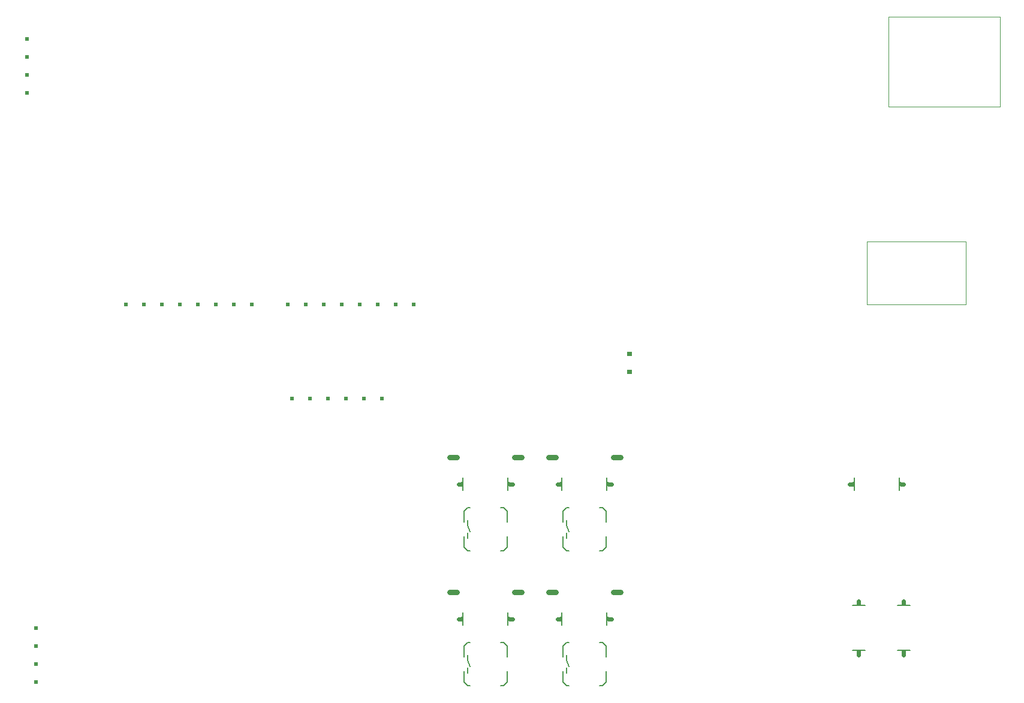
<source format=gbr>
G04 DipTrace 2.3.0.3*
%INTopAssy.gbr*%
%MOIN*%
%ADD20C,0.0*%
%ADD22C,0.0079*%
%ADD24C,0.006*%
%ADD25C,0.03*%
%ADD28C,0.024*%
%FSLAX44Y44*%
G04*
G70*
G90*
G75*
G01*
%LNTopAssy*%
%LPD*%
G36*
X22337Y24337D2*
X22537D1*
Y24537D1*
X22337D1*
Y24337D1*
G37*
G36*
X23337D2*
X23537D1*
Y24537D1*
X23337D1*
Y24337D1*
G37*
G36*
X24337D2*
X24537D1*
Y24537D1*
X24337D1*
Y24337D1*
G37*
G36*
X25337D2*
X25537D1*
Y24537D1*
X25337D1*
Y24337D1*
G37*
G36*
X26337D2*
X26537D1*
Y24537D1*
X26337D1*
Y24337D1*
G37*
G36*
X21337D2*
X21537D1*
Y24537D1*
X21337D1*
Y24337D1*
G37*
X34187Y13687D2*
D25*
X33787D1*
X30187D2*
X30587D1*
X39687D2*
X39287D1*
X35687D2*
X36087D1*
X39687Y21187D2*
X39287D1*
X35687D2*
X36087D1*
X34187D2*
X33787D1*
X30187D2*
X30587D1*
X33387Y17587D2*
D22*
Y18187D1*
X33187Y18387D1*
Y15987D2*
X33387Y16187D1*
Y16787D1*
X31187Y18387D2*
X30987Y18187D1*
Y17587D1*
X31187Y15987D2*
X30987Y16187D1*
Y16787D1*
X33187Y15987D2*
X33037D1*
X31187D2*
X31337D1*
X31187Y18387D2*
X31337D1*
X33187D2*
X33037D1*
X31187Y17687D2*
Y17387D1*
Y16987D2*
Y16687D1*
Y17387D2*
X31337Y17037D1*
X38887Y17587D2*
Y18187D1*
X38687Y18387D1*
Y15987D2*
X38887Y16187D1*
Y16787D1*
X36687Y18387D2*
X36487Y18187D1*
Y17587D1*
X36687Y15987D2*
X36487Y16187D1*
Y16787D1*
X38687Y15987D2*
X38537D1*
X36687D2*
X36837D1*
X36687Y18387D2*
X36837D1*
X38687D2*
X38537D1*
X36687Y17687D2*
Y17387D1*
Y16987D2*
Y16687D1*
Y17387D2*
X36837Y17037D1*
G36*
X18287Y29787D2*
X18087D1*
Y29587D1*
X18287D1*
Y29787D1*
G37*
G36*
X17287D2*
X17087D1*
Y29587D1*
X17287D1*
Y29787D1*
G37*
G36*
X16287D2*
X16087D1*
Y29587D1*
X16287D1*
Y29787D1*
G37*
G36*
X15287D2*
X15087D1*
Y29587D1*
X15287D1*
Y29787D1*
G37*
G36*
X14287D2*
X14087D1*
Y29587D1*
X14287D1*
Y29787D1*
G37*
G36*
X13287D2*
X13087D1*
Y29587D1*
X13287D1*
Y29787D1*
G37*
G36*
X12287D2*
X12087D1*
Y29587D1*
X12287D1*
Y29787D1*
G37*
G36*
X19287D2*
X19087D1*
Y29587D1*
X19287D1*
Y29787D1*
G37*
G36*
X27287D2*
X27087D1*
Y29587D1*
X27287D1*
Y29787D1*
G37*
G36*
X26287D2*
X26087D1*
Y29587D1*
X26287D1*
Y29787D1*
G37*
G36*
X25287D2*
X25087D1*
Y29587D1*
X25287D1*
Y29787D1*
G37*
G36*
X24287D2*
X24087D1*
Y29587D1*
X24287D1*
Y29787D1*
G37*
G36*
X23287D2*
X23087D1*
Y29587D1*
X23287D1*
Y29787D1*
G37*
G36*
X22287D2*
X22087D1*
Y29587D1*
X22287D1*
Y29787D1*
G37*
G36*
X21287D2*
X21087D1*
Y29587D1*
X21287D1*
Y29787D1*
G37*
G36*
X28287D2*
X28087D1*
Y29587D1*
X28287D1*
Y29787D1*
G37*
G36*
X7087Y10787D2*
X7287D1*
Y10587D1*
X7087D1*
Y10787D1*
G37*
G36*
Y9787D2*
X7287D1*
Y9587D1*
X7087D1*
Y9787D1*
G37*
G36*
Y8787D2*
X7287D1*
Y8587D1*
X7087D1*
Y8787D1*
G37*
G36*
Y11787D2*
X7287D1*
Y11587D1*
X7087D1*
Y11787D1*
G37*
G36*
X6587Y43537D2*
X6787D1*
Y43337D1*
X6587D1*
Y43537D1*
G37*
G36*
Y42537D2*
X6787D1*
Y42337D1*
X6587D1*
Y42537D1*
G37*
G36*
Y41537D2*
X6787D1*
Y41337D1*
X6587D1*
Y41537D1*
G37*
G36*
Y44537D2*
X6787D1*
Y44337D1*
X6587D1*
Y44537D1*
G37*
X33387Y10087D2*
D22*
Y10687D1*
X33187Y10887D1*
Y8487D2*
X33387Y8687D1*
Y9287D1*
X31187Y10887D2*
X30987Y10687D1*
Y10087D1*
X31187Y8487D2*
X30987Y8687D1*
Y9287D1*
X33187Y8487D2*
X33037D1*
X31187D2*
X31337D1*
X31187Y10887D2*
X31337D1*
X33187D2*
X33037D1*
X31187Y10187D2*
Y9887D1*
Y9487D2*
Y9187D1*
Y9887D2*
X31337Y9537D1*
X38887Y10087D2*
Y10687D1*
X38687Y10887D1*
Y8487D2*
X38887Y8687D1*
Y9287D1*
X36687Y10887D2*
X36487Y10687D1*
Y10087D1*
X36687Y8487D2*
X36487Y8687D1*
Y9287D1*
X38687Y8487D2*
X38537D1*
X36687D2*
X36837D1*
X36687Y10887D2*
X36837D1*
X38687D2*
X38537D1*
X36687Y10187D2*
Y9887D1*
Y9487D2*
Y9187D1*
Y9887D2*
X36837Y9537D1*
G36*
X30937Y12307D2*
X30837D1*
Y12067D1*
X30937D1*
Y12307D1*
G37*
G36*
X33537D2*
X33437D1*
Y12067D1*
X33537D1*
Y12307D1*
G37*
X30687Y12187D2*
D28*
X30837D1*
X30937Y11837D2*
D24*
Y12537D1*
X33437Y11837D2*
Y12537D1*
X33537Y12187D2*
D28*
X33687D1*
G36*
X36437Y12307D2*
X36337D1*
Y12067D1*
X36437D1*
Y12307D1*
G37*
G36*
X39037D2*
X38937D1*
Y12067D1*
X39037D1*
Y12307D1*
G37*
X36187Y12187D2*
D28*
X36337D1*
X36437Y11837D2*
D24*
Y12537D1*
X38937Y11837D2*
Y12537D1*
X39037Y12187D2*
D28*
X39187D1*
G36*
X36437Y19807D2*
X36337D1*
Y19567D1*
X36437D1*
Y19807D1*
G37*
G36*
X39037D2*
X38937D1*
Y19567D1*
X39037D1*
Y19807D1*
G37*
X36187Y19687D2*
D28*
X36337D1*
X36437Y19337D2*
D24*
Y20037D1*
X38937Y19337D2*
Y20037D1*
X39037Y19687D2*
D28*
X39187D1*
G36*
X30937Y19807D2*
X30837D1*
Y19567D1*
X30937D1*
Y19807D1*
G37*
G36*
X33537D2*
X33437D1*
Y19567D1*
X33537D1*
Y19807D1*
G37*
X30687Y19687D2*
D28*
X30837D1*
X30937Y19337D2*
D24*
Y20037D1*
X33437Y19337D2*
Y20037D1*
X33537Y19687D2*
D28*
X33687D1*
G36*
X52817Y10437D2*
X53057D1*
Y10337D1*
X52817D1*
Y10437D1*
G37*
G36*
Y13037D2*
X53057D1*
Y12937D1*
X52817D1*
Y13037D1*
G37*
X52937Y10187D2*
D28*
Y10337D1*
X53287Y10437D2*
D24*
X52587D1*
X53287Y12937D2*
X52587D1*
X52937Y13037D2*
D28*
Y13187D1*
G36*
X55317Y10437D2*
X55557D1*
Y10337D1*
X55317D1*
Y10437D1*
G37*
G36*
Y13037D2*
X55557D1*
Y12937D1*
X55317D1*
Y13037D1*
G37*
X55437Y10187D2*
D28*
Y10337D1*
X55787Y10437D2*
D24*
X55087D1*
X55787Y12937D2*
X55087D1*
X55437Y13037D2*
D28*
Y13187D1*
G36*
X55187Y19567D2*
X55287D1*
Y19807D1*
X55187D1*
Y19567D1*
G37*
G36*
X52587D2*
X52687D1*
Y19807D1*
X52587D1*
Y19567D1*
G37*
X55437Y19687D2*
D28*
X55287D1*
X55187Y20037D2*
D24*
Y19337D1*
X52687Y20037D2*
Y19337D1*
X52587Y19687D2*
D28*
X52437D1*
X54587Y40687D2*
D20*
Y45688D1*
X60787D2*
Y40687D1*
X58887Y29686D2*
X53387D1*
Y33186D1*
X58887D1*
Y29686D1*
G36*
X40314Y27048D2*
X40074D1*
Y26809D1*
X40314D1*
Y27048D1*
G37*
G36*
Y26048D2*
X40074D1*
Y25809D1*
X40314D1*
Y26048D1*
G37*
X54588Y45688D2*
D20*
X60787D1*
Y40686D2*
X54588D1*
M02*

</source>
